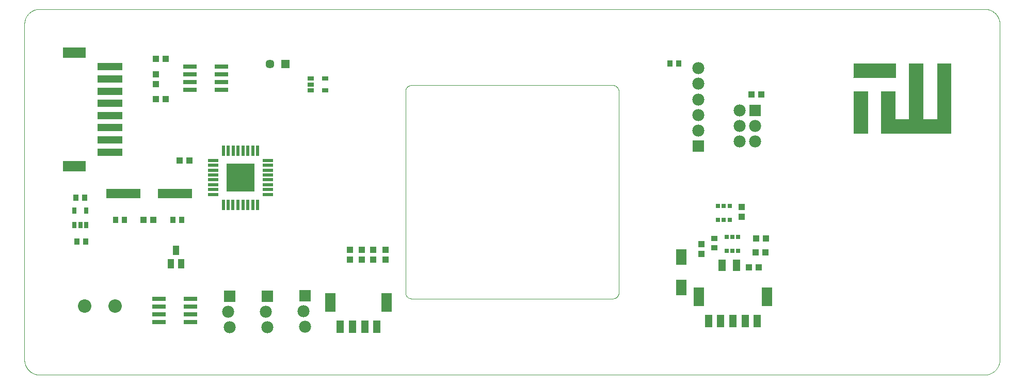
<source format=gts>
G75*
%MOIN*%
%OFA0B0*%
%FSLAX25Y25*%
%IPPOS*%
%LPD*%
%AMOC8*
5,1,8,0,0,1.08239X$1,22.5*
%
%ADD10C,0.00039*%
%ADD11C,0.00000*%
%ADD12R,0.04337X0.03550*%
%ADD13R,0.03550X0.04337*%
%ADD14R,0.07093X0.10262*%
%ADD15R,0.16148X0.05124*%
%ADD16R,0.14573X0.07093*%
%ADD17R,0.07800X0.07800*%
%ADD18C,0.07800*%
%ADD19R,0.04731X0.08274*%
%ADD20R,0.06699X0.12211*%
%ADD21R,0.04337X0.04337*%
%ADD22R,0.22054X0.06306*%
%ADD23R,0.03943X0.04337*%
%ADD24R,0.04337X0.03943*%
%ADD25C,0.08668*%
%ADD26R,0.09061X0.02762*%
%ADD27R,0.18117X0.18117*%
%ADD28R,0.02369X0.06699*%
%ADD29R,0.06699X0.02369*%
%ADD30R,0.02565X0.02959*%
%ADD31R,0.04337X0.05912*%
%ADD32R,0.04337X0.03156*%
%ADD33R,0.05715X0.05715*%
%ADD34C,0.05715*%
%ADD35R,0.05124X0.07487*%
%ADD36R,0.03156X0.04337*%
%ADD37R,0.07782X0.07782*%
%ADD38C,0.07782*%
%ADD39R,0.09100X0.00100*%
%ADD40R,0.45200X0.00100*%
%ADD41R,0.09200X0.00100*%
%ADD42R,0.09000X0.00100*%
%ADD43R,0.27200X0.00100*%
%ADD44R,0.27100X0.00100*%
D10*
X0032245Y0014343D02*
X0032245Y0230878D01*
X0032244Y0230878D02*
X0032247Y0231116D01*
X0032255Y0231354D01*
X0032270Y0231591D01*
X0032290Y0231828D01*
X0032316Y0232064D01*
X0032347Y0232300D01*
X0032384Y0232535D01*
X0032427Y0232769D01*
X0032476Y0233002D01*
X0032530Y0233234D01*
X0032590Y0233464D01*
X0032655Y0233693D01*
X0032726Y0233920D01*
X0032802Y0234145D01*
X0032884Y0234368D01*
X0032971Y0234590D01*
X0033063Y0234809D01*
X0033161Y0235026D01*
X0033263Y0235240D01*
X0033371Y0235452D01*
X0033485Y0235662D01*
X0033603Y0235868D01*
X0033726Y0236072D01*
X0033854Y0236272D01*
X0033986Y0236469D01*
X0034124Y0236664D01*
X0034266Y0236854D01*
X0034413Y0237042D01*
X0034564Y0237225D01*
X0034719Y0237405D01*
X0034879Y0237581D01*
X0035043Y0237753D01*
X0035212Y0237922D01*
X0035384Y0238086D01*
X0035560Y0238246D01*
X0035740Y0238401D01*
X0035923Y0238552D01*
X0036111Y0238699D01*
X0036301Y0238841D01*
X0036496Y0238979D01*
X0036693Y0239111D01*
X0036893Y0239239D01*
X0037097Y0239362D01*
X0037303Y0239480D01*
X0037513Y0239594D01*
X0037725Y0239702D01*
X0037939Y0239804D01*
X0038156Y0239902D01*
X0038375Y0239994D01*
X0038597Y0240081D01*
X0038820Y0240163D01*
X0039045Y0240239D01*
X0039272Y0240310D01*
X0039501Y0240375D01*
X0039731Y0240435D01*
X0039963Y0240489D01*
X0040196Y0240538D01*
X0040430Y0240581D01*
X0040665Y0240618D01*
X0040901Y0240649D01*
X0041137Y0240675D01*
X0041374Y0240695D01*
X0041611Y0240710D01*
X0041849Y0240718D01*
X0042087Y0240721D01*
X0042087Y0240720D02*
X0652323Y0240720D01*
X0652323Y0240721D02*
X0652561Y0240718D01*
X0652799Y0240710D01*
X0653036Y0240695D01*
X0653273Y0240675D01*
X0653509Y0240649D01*
X0653745Y0240618D01*
X0653980Y0240581D01*
X0654214Y0240538D01*
X0654447Y0240489D01*
X0654679Y0240435D01*
X0654909Y0240375D01*
X0655138Y0240310D01*
X0655365Y0240239D01*
X0655590Y0240163D01*
X0655813Y0240081D01*
X0656035Y0239994D01*
X0656254Y0239902D01*
X0656471Y0239804D01*
X0656685Y0239702D01*
X0656897Y0239594D01*
X0657107Y0239480D01*
X0657313Y0239362D01*
X0657517Y0239239D01*
X0657717Y0239111D01*
X0657914Y0238979D01*
X0658109Y0238841D01*
X0658299Y0238699D01*
X0658487Y0238552D01*
X0658670Y0238401D01*
X0658850Y0238246D01*
X0659026Y0238086D01*
X0659198Y0237922D01*
X0659367Y0237753D01*
X0659531Y0237581D01*
X0659691Y0237405D01*
X0659846Y0237225D01*
X0659997Y0237042D01*
X0660144Y0236854D01*
X0660286Y0236664D01*
X0660424Y0236469D01*
X0660556Y0236272D01*
X0660684Y0236072D01*
X0660807Y0235868D01*
X0660925Y0235662D01*
X0661039Y0235452D01*
X0661147Y0235240D01*
X0661249Y0235026D01*
X0661347Y0234809D01*
X0661439Y0234590D01*
X0661526Y0234368D01*
X0661608Y0234145D01*
X0661684Y0233920D01*
X0661755Y0233693D01*
X0661820Y0233464D01*
X0661880Y0233234D01*
X0661934Y0233002D01*
X0661983Y0232769D01*
X0662026Y0232535D01*
X0662063Y0232300D01*
X0662094Y0232064D01*
X0662120Y0231828D01*
X0662140Y0231591D01*
X0662155Y0231354D01*
X0662163Y0231116D01*
X0662166Y0230878D01*
X0662166Y0014343D01*
X0662163Y0014105D01*
X0662155Y0013867D01*
X0662140Y0013630D01*
X0662120Y0013393D01*
X0662094Y0013157D01*
X0662063Y0012921D01*
X0662026Y0012686D01*
X0661983Y0012452D01*
X0661934Y0012219D01*
X0661880Y0011987D01*
X0661820Y0011757D01*
X0661755Y0011528D01*
X0661684Y0011301D01*
X0661608Y0011076D01*
X0661526Y0010853D01*
X0661439Y0010631D01*
X0661347Y0010412D01*
X0661249Y0010195D01*
X0661147Y0009981D01*
X0661039Y0009769D01*
X0660925Y0009559D01*
X0660807Y0009353D01*
X0660684Y0009149D01*
X0660556Y0008949D01*
X0660424Y0008752D01*
X0660286Y0008557D01*
X0660144Y0008367D01*
X0659997Y0008179D01*
X0659846Y0007996D01*
X0659691Y0007816D01*
X0659531Y0007640D01*
X0659367Y0007468D01*
X0659198Y0007299D01*
X0659026Y0007135D01*
X0658850Y0006975D01*
X0658670Y0006820D01*
X0658487Y0006669D01*
X0658299Y0006522D01*
X0658109Y0006380D01*
X0657914Y0006242D01*
X0657717Y0006110D01*
X0657517Y0005982D01*
X0657313Y0005859D01*
X0657107Y0005741D01*
X0656897Y0005627D01*
X0656685Y0005519D01*
X0656471Y0005417D01*
X0656254Y0005319D01*
X0656035Y0005227D01*
X0655813Y0005140D01*
X0655590Y0005058D01*
X0655365Y0004982D01*
X0655138Y0004911D01*
X0654909Y0004846D01*
X0654679Y0004786D01*
X0654447Y0004732D01*
X0654214Y0004683D01*
X0653980Y0004640D01*
X0653745Y0004603D01*
X0653509Y0004572D01*
X0653273Y0004546D01*
X0653036Y0004526D01*
X0652799Y0004511D01*
X0652561Y0004503D01*
X0652323Y0004500D01*
X0042087Y0004500D01*
X0041849Y0004503D01*
X0041611Y0004511D01*
X0041374Y0004526D01*
X0041137Y0004546D01*
X0040901Y0004572D01*
X0040665Y0004603D01*
X0040430Y0004640D01*
X0040196Y0004683D01*
X0039963Y0004732D01*
X0039731Y0004786D01*
X0039501Y0004846D01*
X0039272Y0004911D01*
X0039045Y0004982D01*
X0038820Y0005058D01*
X0038597Y0005140D01*
X0038375Y0005227D01*
X0038156Y0005319D01*
X0037939Y0005417D01*
X0037725Y0005519D01*
X0037513Y0005627D01*
X0037303Y0005741D01*
X0037097Y0005859D01*
X0036893Y0005982D01*
X0036693Y0006110D01*
X0036496Y0006242D01*
X0036301Y0006380D01*
X0036111Y0006522D01*
X0035923Y0006669D01*
X0035740Y0006820D01*
X0035560Y0006975D01*
X0035384Y0007135D01*
X0035212Y0007299D01*
X0035043Y0007468D01*
X0034879Y0007640D01*
X0034719Y0007816D01*
X0034564Y0007996D01*
X0034413Y0008179D01*
X0034266Y0008367D01*
X0034124Y0008557D01*
X0033986Y0008752D01*
X0033854Y0008949D01*
X0033726Y0009149D01*
X0033603Y0009353D01*
X0033485Y0009559D01*
X0033371Y0009769D01*
X0033263Y0009981D01*
X0033161Y0010195D01*
X0033063Y0010412D01*
X0032971Y0010631D01*
X0032884Y0010853D01*
X0032802Y0011076D01*
X0032726Y0011301D01*
X0032655Y0011528D01*
X0032590Y0011757D01*
X0032530Y0011987D01*
X0032476Y0012219D01*
X0032427Y0012452D01*
X0032384Y0012686D01*
X0032347Y0012921D01*
X0032316Y0013157D01*
X0032290Y0013393D01*
X0032270Y0013630D01*
X0032255Y0013867D01*
X0032247Y0014105D01*
X0032244Y0014343D01*
D11*
X0278308Y0057650D02*
X0278308Y0187571D01*
X0278310Y0187695D01*
X0278316Y0187818D01*
X0278325Y0187942D01*
X0278339Y0188064D01*
X0278356Y0188187D01*
X0278378Y0188309D01*
X0278403Y0188430D01*
X0278432Y0188550D01*
X0278464Y0188669D01*
X0278501Y0188788D01*
X0278541Y0188905D01*
X0278584Y0189020D01*
X0278632Y0189135D01*
X0278683Y0189247D01*
X0278737Y0189358D01*
X0278795Y0189468D01*
X0278856Y0189575D01*
X0278921Y0189681D01*
X0278989Y0189784D01*
X0279060Y0189885D01*
X0279134Y0189984D01*
X0279211Y0190081D01*
X0279292Y0190175D01*
X0279375Y0190266D01*
X0279461Y0190355D01*
X0279550Y0190441D01*
X0279641Y0190524D01*
X0279735Y0190605D01*
X0279832Y0190682D01*
X0279931Y0190756D01*
X0280032Y0190827D01*
X0280135Y0190895D01*
X0280241Y0190960D01*
X0280348Y0191021D01*
X0280458Y0191079D01*
X0280569Y0191133D01*
X0280681Y0191184D01*
X0280796Y0191232D01*
X0280911Y0191275D01*
X0281028Y0191315D01*
X0281147Y0191352D01*
X0281266Y0191384D01*
X0281386Y0191413D01*
X0281507Y0191438D01*
X0281629Y0191460D01*
X0281752Y0191477D01*
X0281874Y0191491D01*
X0281998Y0191500D01*
X0282121Y0191506D01*
X0282245Y0191508D01*
X0412166Y0191508D01*
X0412290Y0191506D01*
X0412413Y0191500D01*
X0412537Y0191491D01*
X0412659Y0191477D01*
X0412782Y0191460D01*
X0412904Y0191438D01*
X0413025Y0191413D01*
X0413145Y0191384D01*
X0413264Y0191352D01*
X0413383Y0191315D01*
X0413500Y0191275D01*
X0413615Y0191232D01*
X0413730Y0191184D01*
X0413842Y0191133D01*
X0413953Y0191079D01*
X0414063Y0191021D01*
X0414170Y0190960D01*
X0414276Y0190895D01*
X0414379Y0190827D01*
X0414480Y0190756D01*
X0414579Y0190682D01*
X0414676Y0190605D01*
X0414770Y0190524D01*
X0414861Y0190441D01*
X0414950Y0190355D01*
X0415036Y0190266D01*
X0415119Y0190175D01*
X0415200Y0190081D01*
X0415277Y0189984D01*
X0415351Y0189885D01*
X0415422Y0189784D01*
X0415490Y0189681D01*
X0415555Y0189575D01*
X0415616Y0189468D01*
X0415674Y0189358D01*
X0415728Y0189247D01*
X0415779Y0189135D01*
X0415827Y0189020D01*
X0415870Y0188905D01*
X0415910Y0188788D01*
X0415947Y0188669D01*
X0415979Y0188550D01*
X0416008Y0188430D01*
X0416033Y0188309D01*
X0416055Y0188187D01*
X0416072Y0188064D01*
X0416086Y0187942D01*
X0416095Y0187818D01*
X0416101Y0187695D01*
X0416103Y0187571D01*
X0416103Y0057650D01*
X0416101Y0057526D01*
X0416095Y0057403D01*
X0416086Y0057279D01*
X0416072Y0057157D01*
X0416055Y0057034D01*
X0416033Y0056912D01*
X0416008Y0056791D01*
X0415979Y0056671D01*
X0415947Y0056552D01*
X0415910Y0056433D01*
X0415870Y0056316D01*
X0415827Y0056201D01*
X0415779Y0056086D01*
X0415728Y0055974D01*
X0415674Y0055863D01*
X0415616Y0055753D01*
X0415555Y0055646D01*
X0415490Y0055540D01*
X0415422Y0055437D01*
X0415351Y0055336D01*
X0415277Y0055237D01*
X0415200Y0055140D01*
X0415119Y0055046D01*
X0415036Y0054955D01*
X0414950Y0054866D01*
X0414861Y0054780D01*
X0414770Y0054697D01*
X0414676Y0054616D01*
X0414579Y0054539D01*
X0414480Y0054465D01*
X0414379Y0054394D01*
X0414276Y0054326D01*
X0414170Y0054261D01*
X0414063Y0054200D01*
X0413953Y0054142D01*
X0413842Y0054088D01*
X0413730Y0054037D01*
X0413615Y0053989D01*
X0413500Y0053946D01*
X0413383Y0053906D01*
X0413264Y0053869D01*
X0413145Y0053837D01*
X0413025Y0053808D01*
X0412904Y0053783D01*
X0412782Y0053761D01*
X0412659Y0053744D01*
X0412537Y0053730D01*
X0412413Y0053721D01*
X0412290Y0053715D01*
X0412166Y0053713D01*
X0282245Y0053713D01*
X0282121Y0053715D01*
X0281998Y0053721D01*
X0281874Y0053730D01*
X0281752Y0053744D01*
X0281629Y0053761D01*
X0281507Y0053783D01*
X0281386Y0053808D01*
X0281266Y0053837D01*
X0281147Y0053869D01*
X0281028Y0053906D01*
X0280911Y0053946D01*
X0280796Y0053989D01*
X0280681Y0054037D01*
X0280569Y0054088D01*
X0280458Y0054142D01*
X0280348Y0054200D01*
X0280241Y0054261D01*
X0280135Y0054326D01*
X0280032Y0054394D01*
X0279931Y0054465D01*
X0279832Y0054539D01*
X0279735Y0054616D01*
X0279641Y0054697D01*
X0279550Y0054780D01*
X0279461Y0054866D01*
X0279375Y0054955D01*
X0279292Y0055046D01*
X0279211Y0055140D01*
X0279134Y0055237D01*
X0279060Y0055336D01*
X0278989Y0055437D01*
X0278921Y0055540D01*
X0278856Y0055646D01*
X0278795Y0055753D01*
X0278737Y0055863D01*
X0278683Y0055974D01*
X0278632Y0056086D01*
X0278584Y0056201D01*
X0278541Y0056316D01*
X0278501Y0056433D01*
X0278464Y0056552D01*
X0278432Y0056671D01*
X0278403Y0056791D01*
X0278378Y0056912D01*
X0278356Y0057034D01*
X0278339Y0057157D01*
X0278325Y0057279D01*
X0278316Y0057403D01*
X0278310Y0057526D01*
X0278308Y0057650D01*
D12*
X0477763Y0086702D03*
X0477763Y0092411D03*
D13*
X0454699Y0205700D03*
X0448990Y0205700D03*
X0133699Y0104700D03*
X0127990Y0104700D03*
X0096699Y0104700D03*
X0090990Y0104700D03*
X0071699Y0090500D03*
X0065990Y0090500D03*
X0065490Y0119000D03*
X0071199Y0119000D03*
D14*
X0456345Y0080643D03*
X0456345Y0060957D03*
D15*
X0087545Y0148341D03*
X0087545Y0156215D03*
X0087545Y0164089D03*
X0087545Y0171963D03*
X0087545Y0179837D03*
X0087545Y0187711D03*
X0087545Y0195585D03*
X0087545Y0203459D03*
D16*
X0064513Y0212711D03*
X0064513Y0139089D03*
D17*
X0213545Y0055700D03*
X0189045Y0055300D03*
X0164645Y0055300D03*
D18*
X0163645Y0045300D03*
X0164645Y0035300D03*
X0189045Y0035300D03*
X0188045Y0045300D03*
X0212545Y0045700D03*
X0213545Y0035700D03*
D19*
X0236234Y0035550D03*
X0244108Y0035550D03*
X0251982Y0035550D03*
X0259856Y0035550D03*
X0474097Y0039300D03*
X0481971Y0039300D03*
X0489845Y0039300D03*
X0497719Y0039300D03*
X0505593Y0039300D03*
D20*
X0511892Y0055048D03*
X0467797Y0055048D03*
X0266155Y0051298D03*
X0229934Y0051298D03*
D21*
X0469324Y0082535D03*
X0469324Y0088835D03*
D22*
X0129577Y0121700D03*
X0096112Y0121700D03*
D23*
X0109195Y0104700D03*
X0115494Y0104700D03*
X0132595Y0143000D03*
X0138894Y0143000D03*
X0123394Y0182500D03*
X0117095Y0182500D03*
X0117095Y0208500D03*
X0123394Y0208500D03*
X0501695Y0185500D03*
X0507994Y0185500D03*
X0511113Y0092735D03*
X0504814Y0092735D03*
X0504541Y0083656D03*
X0510840Y0083656D03*
X0506552Y0073839D03*
X0500252Y0073839D03*
D24*
X0495345Y0106450D03*
X0495345Y0112750D03*
X0265545Y0085250D03*
X0257545Y0085250D03*
X0250045Y0085250D03*
X0242545Y0085250D03*
X0242545Y0078950D03*
X0250045Y0078950D03*
X0257545Y0078950D03*
X0265545Y0078950D03*
X0117245Y0192350D03*
X0117245Y0198650D03*
D25*
X0090737Y0049050D03*
X0071052Y0049050D03*
D26*
X0119108Y0048600D03*
X0119108Y0043600D03*
X0119108Y0038600D03*
X0139581Y0038600D03*
X0139581Y0043600D03*
X0139581Y0048600D03*
X0139581Y0053600D03*
X0119108Y0053600D03*
X0139008Y0188500D03*
X0139008Y0193500D03*
X0139008Y0198500D03*
X0139008Y0203500D03*
X0159481Y0203500D03*
X0159481Y0198500D03*
X0159481Y0193500D03*
X0159481Y0188500D03*
D27*
X0171795Y0132000D03*
D28*
X0173369Y0114283D03*
X0170220Y0114283D03*
X0166676Y0114283D03*
X0163921Y0114283D03*
X0160771Y0114283D03*
X0176519Y0114283D03*
X0179669Y0114283D03*
X0182818Y0114283D03*
X0182818Y0149323D03*
X0179669Y0149323D03*
X0176519Y0149323D03*
X0173369Y0149323D03*
X0170220Y0149323D03*
X0167070Y0149323D03*
X0163921Y0149323D03*
X0160771Y0149323D03*
D29*
X0154078Y0143024D03*
X0154078Y0139874D03*
X0154078Y0136724D03*
X0154078Y0133575D03*
X0154078Y0130425D03*
X0154078Y0127276D03*
X0154078Y0124126D03*
X0154078Y0120976D03*
X0189511Y0120976D03*
X0189511Y0124126D03*
X0189511Y0127276D03*
X0189511Y0130425D03*
X0189511Y0133575D03*
X0189511Y0136724D03*
X0189511Y0139874D03*
X0189511Y0143024D03*
D30*
X0480204Y0113726D03*
X0483945Y0113726D03*
X0487685Y0113726D03*
X0487685Y0104474D03*
X0483945Y0104474D03*
X0480204Y0104474D03*
X0485822Y0093679D03*
X0489562Y0093679D03*
X0493302Y0093679D03*
X0493302Y0084427D03*
X0489562Y0084427D03*
X0485822Y0084427D03*
D31*
X0133591Y0076169D03*
X0126898Y0076169D03*
X0130245Y0084831D03*
D32*
X0217020Y0188260D03*
X0217020Y0192000D03*
X0217020Y0195740D03*
X0226469Y0195740D03*
X0226469Y0188260D03*
D33*
X0200795Y0205400D03*
D34*
X0190795Y0205400D03*
D35*
X0482720Y0075306D03*
X0492169Y0075306D03*
D36*
X0072085Y0101276D03*
X0068345Y0101276D03*
X0064604Y0101276D03*
X0064604Y0110724D03*
X0072085Y0110724D03*
D37*
X0467445Y0152300D03*
X0504245Y0175100D03*
D38*
X0494245Y0175100D03*
X0494245Y0165100D03*
X0504245Y0165100D03*
X0504245Y0155100D03*
X0494245Y0155100D03*
X0467445Y0162339D03*
X0467445Y0172339D03*
X0467445Y0182339D03*
X0467445Y0192457D03*
X0467445Y0202457D03*
D39*
X0572345Y0187300D03*
X0572345Y0187200D03*
X0572345Y0187100D03*
X0572345Y0187000D03*
X0572345Y0186900D03*
X0572345Y0186800D03*
X0572345Y0186700D03*
X0572345Y0186600D03*
X0572345Y0186500D03*
X0572345Y0186400D03*
X0572345Y0186300D03*
X0572345Y0186200D03*
X0572345Y0186100D03*
X0572345Y0186000D03*
X0572345Y0185900D03*
X0572345Y0185800D03*
X0572345Y0185700D03*
X0572345Y0185600D03*
X0572345Y0185500D03*
X0572345Y0185400D03*
X0572345Y0185300D03*
X0572345Y0185200D03*
X0572345Y0185100D03*
X0572345Y0185000D03*
X0572345Y0184900D03*
X0572345Y0184800D03*
X0572345Y0184700D03*
X0572345Y0184600D03*
X0572345Y0184500D03*
X0572345Y0184400D03*
X0572345Y0184300D03*
X0572345Y0184200D03*
X0572345Y0184100D03*
X0572345Y0184000D03*
X0572345Y0183900D03*
X0572345Y0183800D03*
X0572345Y0183700D03*
X0572345Y0183600D03*
X0572345Y0183500D03*
X0572345Y0183400D03*
X0572345Y0183300D03*
X0572345Y0183200D03*
X0572345Y0183100D03*
X0572345Y0183000D03*
X0572345Y0182900D03*
X0572345Y0182800D03*
X0572345Y0182700D03*
X0572345Y0182600D03*
X0572345Y0182500D03*
X0572345Y0182400D03*
X0572345Y0182300D03*
X0572345Y0182200D03*
X0572345Y0182100D03*
X0572345Y0182000D03*
X0572345Y0181900D03*
X0572345Y0181800D03*
X0572345Y0181700D03*
X0572345Y0181600D03*
X0572345Y0181500D03*
X0572345Y0181400D03*
X0572345Y0181300D03*
X0572345Y0181200D03*
X0572345Y0181100D03*
X0572345Y0181000D03*
X0572345Y0180900D03*
X0572345Y0180800D03*
X0572345Y0180700D03*
X0572345Y0180600D03*
X0572345Y0180500D03*
X0572345Y0180400D03*
X0572345Y0180300D03*
X0572345Y0180200D03*
X0572345Y0180100D03*
X0572345Y0180000D03*
X0572345Y0179900D03*
X0572345Y0179800D03*
X0572345Y0179700D03*
X0572345Y0179600D03*
X0572345Y0179500D03*
X0572345Y0179400D03*
X0572345Y0179300D03*
X0572345Y0179200D03*
X0572345Y0179100D03*
X0572345Y0179000D03*
X0572345Y0178900D03*
X0572345Y0178800D03*
X0572345Y0178700D03*
X0572345Y0178600D03*
X0572345Y0178500D03*
X0572345Y0178400D03*
X0572345Y0178300D03*
X0572345Y0178200D03*
X0572345Y0178100D03*
X0572345Y0178000D03*
X0572345Y0177900D03*
X0572345Y0177800D03*
X0572345Y0177700D03*
X0572345Y0177600D03*
X0572345Y0177500D03*
X0572345Y0177400D03*
X0572345Y0177300D03*
X0572345Y0177200D03*
X0572345Y0177100D03*
X0572345Y0177000D03*
X0572345Y0176900D03*
X0572345Y0176800D03*
X0572345Y0176700D03*
X0572345Y0176600D03*
X0572345Y0176500D03*
X0572345Y0176400D03*
X0572345Y0176300D03*
X0572345Y0176200D03*
X0572345Y0176100D03*
X0572345Y0176000D03*
X0572345Y0175900D03*
X0572345Y0175800D03*
X0572345Y0175700D03*
X0572345Y0175600D03*
X0572345Y0175500D03*
X0572345Y0175400D03*
X0572345Y0175300D03*
X0572345Y0175200D03*
X0572345Y0175100D03*
X0572345Y0175000D03*
X0572345Y0174900D03*
X0572345Y0174800D03*
X0572345Y0174700D03*
X0572345Y0174600D03*
X0572345Y0174500D03*
X0572345Y0174400D03*
X0572345Y0174300D03*
X0572345Y0174200D03*
X0572345Y0174100D03*
X0572345Y0174000D03*
X0572345Y0173900D03*
X0572345Y0173800D03*
X0572345Y0173700D03*
X0572345Y0173600D03*
X0572345Y0173500D03*
X0572345Y0173400D03*
X0572345Y0173300D03*
X0572345Y0173200D03*
X0572345Y0173100D03*
X0572345Y0173000D03*
X0572345Y0172900D03*
X0572345Y0172800D03*
X0572345Y0172700D03*
X0572345Y0172600D03*
X0572345Y0172500D03*
X0572345Y0172400D03*
X0572345Y0172300D03*
X0572345Y0172200D03*
X0572345Y0172100D03*
X0572345Y0172000D03*
X0572345Y0171900D03*
X0572345Y0171800D03*
X0572345Y0171700D03*
X0572345Y0171600D03*
X0572345Y0171500D03*
X0572345Y0171400D03*
X0572345Y0171300D03*
X0572345Y0171200D03*
X0572345Y0171100D03*
X0572345Y0171000D03*
X0572345Y0170900D03*
X0572345Y0170800D03*
X0572345Y0170700D03*
X0572345Y0170600D03*
X0572345Y0170500D03*
X0572345Y0170400D03*
X0572345Y0170300D03*
X0572345Y0170200D03*
X0572345Y0170100D03*
X0572345Y0170000D03*
X0572345Y0169900D03*
X0572345Y0169800D03*
X0572345Y0169700D03*
X0572345Y0169600D03*
X0572345Y0169500D03*
X0572345Y0169400D03*
X0572345Y0169300D03*
X0572345Y0169200D03*
X0572345Y0169100D03*
X0572345Y0169000D03*
X0572345Y0168900D03*
X0572345Y0168800D03*
X0572345Y0168700D03*
X0572345Y0168600D03*
X0572345Y0168500D03*
X0572345Y0168400D03*
X0572345Y0168300D03*
X0572345Y0168200D03*
X0572345Y0168100D03*
X0572345Y0168000D03*
X0572345Y0167900D03*
X0572345Y0167800D03*
X0572345Y0167700D03*
X0572345Y0167600D03*
X0572345Y0167500D03*
X0572345Y0167400D03*
X0572345Y0167300D03*
X0572345Y0167200D03*
X0572345Y0167100D03*
X0572345Y0167000D03*
X0572345Y0166900D03*
X0572345Y0166800D03*
X0572345Y0166700D03*
X0572345Y0166600D03*
X0572345Y0166500D03*
X0572345Y0166400D03*
X0572345Y0166300D03*
X0572345Y0166200D03*
X0572345Y0166100D03*
X0572345Y0166000D03*
X0572345Y0165900D03*
X0572345Y0165800D03*
X0572345Y0165700D03*
X0572345Y0165600D03*
X0572345Y0165500D03*
X0572345Y0165400D03*
X0572345Y0165300D03*
X0572345Y0165200D03*
X0572345Y0165100D03*
X0572345Y0165000D03*
X0572345Y0164900D03*
X0572345Y0164800D03*
X0572345Y0164700D03*
X0572345Y0164600D03*
X0572345Y0164500D03*
X0572345Y0164400D03*
X0572345Y0164300D03*
X0572345Y0164200D03*
X0572345Y0164100D03*
X0572345Y0164000D03*
X0572345Y0163900D03*
X0572345Y0163800D03*
X0572345Y0163700D03*
X0572345Y0163600D03*
X0572345Y0163500D03*
X0572345Y0163400D03*
X0572345Y0163300D03*
X0572345Y0163200D03*
X0572345Y0163100D03*
X0572345Y0163000D03*
X0572345Y0162900D03*
X0572345Y0162800D03*
X0572345Y0162700D03*
X0572345Y0162600D03*
X0572345Y0162500D03*
X0572345Y0162400D03*
X0572345Y0162300D03*
X0572345Y0162200D03*
X0572345Y0162100D03*
X0572345Y0162000D03*
X0572345Y0161900D03*
X0572345Y0161800D03*
X0572345Y0161700D03*
X0572345Y0161600D03*
X0572345Y0161500D03*
X0572345Y0161400D03*
X0572345Y0161300D03*
X0572345Y0161200D03*
X0572345Y0161100D03*
X0572345Y0161000D03*
X0572345Y0160900D03*
X0572345Y0160800D03*
X0572345Y0160700D03*
X0572345Y0160600D03*
X0572345Y0160500D03*
X0572345Y0160400D03*
X0572345Y0160300D03*
D40*
X0608295Y0160300D03*
X0608295Y0160400D03*
X0608295Y0160500D03*
X0608295Y0160600D03*
X0608295Y0160700D03*
X0608295Y0160800D03*
X0608295Y0160900D03*
X0608295Y0161000D03*
X0608295Y0161100D03*
X0608295Y0161200D03*
X0608295Y0161300D03*
X0608295Y0161400D03*
X0608295Y0161500D03*
X0608295Y0161600D03*
X0608295Y0161700D03*
X0608295Y0161800D03*
X0608295Y0161900D03*
X0608295Y0162000D03*
X0608295Y0162100D03*
X0608295Y0162200D03*
X0608295Y0162300D03*
X0608295Y0162400D03*
X0608295Y0162500D03*
X0608295Y0162600D03*
X0608295Y0162700D03*
X0608295Y0162800D03*
X0608295Y0162900D03*
X0608295Y0163000D03*
X0608295Y0163100D03*
X0608295Y0163200D03*
X0608295Y0163300D03*
X0608295Y0163400D03*
X0608295Y0163500D03*
X0608295Y0163600D03*
X0608295Y0163700D03*
X0608295Y0163800D03*
X0608295Y0163900D03*
X0608295Y0164000D03*
X0608295Y0164100D03*
X0608295Y0164200D03*
X0608295Y0164300D03*
X0608295Y0164400D03*
X0608295Y0164500D03*
X0608295Y0164600D03*
X0608295Y0164700D03*
X0608295Y0164800D03*
X0608295Y0164900D03*
X0608295Y0165000D03*
X0608295Y0165100D03*
X0608295Y0165200D03*
X0608295Y0165300D03*
X0608295Y0165400D03*
X0608295Y0165500D03*
X0608295Y0165600D03*
X0608295Y0165700D03*
X0608295Y0165800D03*
X0608295Y0165900D03*
X0608295Y0166000D03*
X0608295Y0166100D03*
X0608295Y0166200D03*
X0608295Y0166300D03*
X0608295Y0166400D03*
X0608295Y0166500D03*
X0608295Y0166600D03*
X0608295Y0166700D03*
X0608295Y0166800D03*
X0608295Y0166900D03*
X0608295Y0167000D03*
X0608295Y0167100D03*
X0608295Y0167200D03*
X0608295Y0167300D03*
X0608295Y0167400D03*
X0608295Y0167500D03*
X0608295Y0167600D03*
X0608295Y0167700D03*
X0608295Y0167800D03*
X0608295Y0167900D03*
X0608295Y0168000D03*
X0608295Y0168100D03*
X0608295Y0168200D03*
X0608295Y0168300D03*
X0608295Y0168400D03*
X0608295Y0168500D03*
X0608295Y0168600D03*
X0608295Y0168700D03*
X0608295Y0168800D03*
X0608295Y0168900D03*
X0608295Y0169000D03*
X0608295Y0169100D03*
X0608295Y0169200D03*
X0608295Y0169300D03*
X0608295Y0169400D03*
D41*
X0608295Y0169500D03*
X0608295Y0169600D03*
X0608295Y0169700D03*
X0608295Y0169800D03*
X0608295Y0169900D03*
X0608295Y0170000D03*
X0608295Y0170100D03*
X0608295Y0170200D03*
X0608295Y0170300D03*
X0608295Y0170400D03*
X0608295Y0170500D03*
X0608295Y0170600D03*
X0608295Y0170700D03*
X0608295Y0170800D03*
X0608295Y0170900D03*
X0608295Y0171000D03*
X0608295Y0171100D03*
X0608295Y0171200D03*
X0608295Y0171300D03*
X0608295Y0171400D03*
X0608295Y0171500D03*
X0608295Y0171600D03*
X0608295Y0171700D03*
X0608295Y0171800D03*
X0608295Y0171900D03*
X0608295Y0172000D03*
X0608295Y0172100D03*
X0608295Y0172200D03*
X0608295Y0172300D03*
X0608295Y0172400D03*
X0608295Y0172500D03*
X0608295Y0172600D03*
X0608295Y0172700D03*
X0608295Y0172800D03*
X0608295Y0172900D03*
X0608295Y0173000D03*
X0608295Y0173100D03*
X0608295Y0173200D03*
X0608295Y0173300D03*
X0608295Y0173400D03*
X0608295Y0173500D03*
X0608295Y0173600D03*
X0608295Y0173700D03*
X0608295Y0173800D03*
X0608295Y0173900D03*
X0608295Y0174000D03*
X0608295Y0174100D03*
X0608295Y0174200D03*
X0608295Y0174300D03*
X0608295Y0174400D03*
X0608295Y0174500D03*
X0608295Y0174600D03*
X0608295Y0174700D03*
X0608295Y0174800D03*
X0608295Y0174900D03*
X0608295Y0175000D03*
X0608295Y0175100D03*
X0608295Y0175200D03*
X0608295Y0175300D03*
X0608295Y0175400D03*
X0608295Y0175500D03*
X0608295Y0175600D03*
X0608295Y0175700D03*
X0608295Y0175800D03*
X0608295Y0175900D03*
X0608295Y0176000D03*
X0608295Y0176100D03*
X0608295Y0176200D03*
X0608295Y0176300D03*
X0608295Y0176400D03*
X0608295Y0176500D03*
X0608295Y0176600D03*
X0608295Y0176700D03*
X0608295Y0176800D03*
X0608295Y0176900D03*
X0608295Y0177000D03*
X0608295Y0177100D03*
X0608295Y0177200D03*
X0608295Y0177300D03*
X0608295Y0177400D03*
X0608295Y0177500D03*
X0608295Y0177600D03*
X0608295Y0177700D03*
X0608295Y0177800D03*
X0608295Y0177900D03*
X0608295Y0178000D03*
X0608295Y0178100D03*
X0608295Y0178200D03*
X0608295Y0178300D03*
X0608295Y0178400D03*
X0608295Y0178500D03*
X0608295Y0178600D03*
X0608295Y0178700D03*
X0608295Y0178800D03*
X0608295Y0178900D03*
X0608295Y0179000D03*
X0608295Y0179100D03*
X0608295Y0179200D03*
X0608295Y0179300D03*
X0608295Y0179400D03*
X0608295Y0179500D03*
X0608295Y0179600D03*
X0608295Y0179700D03*
X0608295Y0179800D03*
X0608295Y0179900D03*
X0608295Y0180000D03*
X0608295Y0180100D03*
X0608295Y0180200D03*
X0608295Y0180300D03*
X0608295Y0180400D03*
X0608295Y0180500D03*
X0608295Y0180600D03*
X0608295Y0180700D03*
X0608295Y0180800D03*
X0608295Y0180900D03*
X0608295Y0181000D03*
X0608295Y0181100D03*
X0608295Y0181200D03*
X0608295Y0181300D03*
X0608295Y0181400D03*
X0608295Y0181500D03*
X0608295Y0181600D03*
X0608295Y0181700D03*
X0608295Y0181800D03*
X0608295Y0181900D03*
X0608295Y0182000D03*
X0608295Y0182100D03*
X0608295Y0182200D03*
X0608295Y0182300D03*
X0608295Y0182400D03*
X0608295Y0182500D03*
X0608295Y0182600D03*
X0608295Y0182700D03*
X0608295Y0182800D03*
X0608295Y0182900D03*
X0608295Y0183000D03*
X0608295Y0183100D03*
X0608295Y0183200D03*
X0608295Y0183300D03*
X0608295Y0183400D03*
X0608295Y0183500D03*
X0608295Y0183600D03*
X0608295Y0183700D03*
X0608295Y0183800D03*
X0608295Y0183900D03*
X0608295Y0184000D03*
X0608295Y0184100D03*
X0608295Y0184200D03*
X0608295Y0184300D03*
X0608295Y0184400D03*
X0608295Y0184500D03*
X0608295Y0184600D03*
X0608295Y0184700D03*
X0608295Y0184800D03*
X0608295Y0184900D03*
X0608295Y0185000D03*
X0608295Y0185100D03*
X0608295Y0185200D03*
X0608295Y0185300D03*
X0608295Y0185400D03*
X0608295Y0185500D03*
X0608295Y0185600D03*
X0608295Y0185700D03*
X0608295Y0185800D03*
X0608295Y0185900D03*
X0608295Y0186000D03*
X0608295Y0186100D03*
X0608295Y0186200D03*
X0608295Y0186300D03*
X0608295Y0186400D03*
X0608295Y0186500D03*
X0608295Y0186600D03*
X0608295Y0186700D03*
X0608295Y0186800D03*
X0608295Y0186900D03*
X0608295Y0187000D03*
X0608295Y0187100D03*
X0608295Y0187200D03*
X0608295Y0187300D03*
X0608295Y0187400D03*
X0608295Y0187500D03*
X0608295Y0187600D03*
X0608295Y0187700D03*
X0608295Y0187800D03*
X0608295Y0187900D03*
X0608295Y0188000D03*
X0608295Y0188100D03*
X0608295Y0188200D03*
X0608295Y0188300D03*
X0608295Y0188400D03*
X0608295Y0188500D03*
X0608295Y0188600D03*
X0608295Y0188700D03*
X0608295Y0188800D03*
X0608295Y0188900D03*
X0608295Y0189000D03*
X0608295Y0189100D03*
X0608295Y0189200D03*
X0608295Y0189300D03*
X0608295Y0189400D03*
X0608295Y0189500D03*
X0608295Y0189600D03*
X0608295Y0189700D03*
X0608295Y0189800D03*
X0608295Y0189900D03*
X0608295Y0190000D03*
X0608295Y0190100D03*
X0608295Y0190200D03*
X0608295Y0190300D03*
X0608295Y0190400D03*
X0608295Y0190500D03*
X0608295Y0190600D03*
X0608295Y0190700D03*
X0608295Y0190800D03*
X0608295Y0190900D03*
X0608295Y0191000D03*
X0608295Y0191100D03*
X0608295Y0191200D03*
X0608295Y0191300D03*
X0608295Y0191400D03*
X0608295Y0191500D03*
X0608295Y0191600D03*
X0608295Y0191700D03*
X0608295Y0191800D03*
X0608295Y0191900D03*
X0608295Y0192000D03*
X0608295Y0192100D03*
X0608295Y0192200D03*
X0608295Y0192300D03*
X0608295Y0192400D03*
X0608295Y0192500D03*
X0608295Y0192600D03*
X0608295Y0192700D03*
X0608295Y0192800D03*
X0608295Y0192900D03*
X0608295Y0193000D03*
X0608295Y0193100D03*
X0608295Y0193200D03*
X0608295Y0193300D03*
X0608295Y0193400D03*
X0608295Y0193500D03*
X0608295Y0193600D03*
X0608295Y0193700D03*
X0608295Y0193800D03*
X0608295Y0193900D03*
X0608295Y0194000D03*
X0608295Y0194100D03*
X0608295Y0194200D03*
X0608295Y0194300D03*
X0608295Y0194400D03*
X0608295Y0194500D03*
X0608295Y0194600D03*
X0608295Y0194700D03*
X0608295Y0194800D03*
X0608295Y0194900D03*
X0608295Y0195000D03*
X0608295Y0195100D03*
X0608295Y0195200D03*
X0608295Y0195300D03*
X0608295Y0195400D03*
X0608295Y0195500D03*
X0608295Y0195600D03*
X0608295Y0195700D03*
X0608295Y0195800D03*
X0608295Y0195900D03*
X0608295Y0196000D03*
X0608295Y0196100D03*
X0608295Y0196200D03*
X0608295Y0196300D03*
X0608295Y0196400D03*
X0608295Y0196500D03*
X0608295Y0196600D03*
X0608295Y0196700D03*
X0608295Y0196800D03*
X0608295Y0196900D03*
X0608295Y0197000D03*
X0608295Y0197100D03*
X0608295Y0197200D03*
X0608295Y0197300D03*
X0608295Y0197400D03*
X0608295Y0197500D03*
X0608295Y0197600D03*
X0608295Y0197700D03*
X0608295Y0197800D03*
X0608295Y0197900D03*
X0608295Y0198000D03*
X0608295Y0198100D03*
X0608295Y0198200D03*
X0608295Y0198300D03*
X0608295Y0198400D03*
X0608295Y0198500D03*
X0608295Y0198600D03*
X0608295Y0198700D03*
X0608295Y0198800D03*
X0608295Y0198900D03*
X0608295Y0199000D03*
X0608295Y0199100D03*
X0608295Y0199200D03*
X0608295Y0199300D03*
X0608295Y0199400D03*
X0608295Y0199500D03*
X0608295Y0199600D03*
X0608295Y0199700D03*
X0608295Y0199800D03*
X0608295Y0199900D03*
X0608295Y0200000D03*
X0608295Y0200100D03*
X0608295Y0200200D03*
X0608295Y0200300D03*
X0608295Y0200400D03*
X0608295Y0200500D03*
X0608295Y0200600D03*
X0608295Y0200700D03*
X0608295Y0200800D03*
X0608295Y0200900D03*
X0608295Y0201000D03*
X0608295Y0201100D03*
X0608295Y0201200D03*
X0608295Y0201300D03*
X0608295Y0201400D03*
X0608295Y0201500D03*
X0608295Y0201600D03*
X0608295Y0201700D03*
X0608295Y0201800D03*
X0608295Y0201900D03*
X0608295Y0202000D03*
X0608295Y0202100D03*
X0608295Y0202200D03*
X0608295Y0202300D03*
X0608295Y0202400D03*
X0608295Y0202500D03*
X0608295Y0202600D03*
X0608295Y0202700D03*
X0608295Y0202800D03*
X0608295Y0202900D03*
X0608295Y0203000D03*
X0608295Y0203100D03*
X0608295Y0203200D03*
X0608295Y0203300D03*
X0608295Y0203400D03*
X0608295Y0203500D03*
X0608295Y0203600D03*
X0608295Y0203700D03*
X0608295Y0203800D03*
X0608295Y0203900D03*
X0608295Y0204000D03*
X0608295Y0204100D03*
X0608295Y0204200D03*
X0608295Y0204300D03*
X0608295Y0204400D03*
X0608295Y0204500D03*
X0608295Y0204600D03*
X0608295Y0204700D03*
X0608295Y0204800D03*
X0608295Y0204900D03*
X0608295Y0205000D03*
X0608295Y0205100D03*
X0608295Y0205200D03*
X0590295Y0187300D03*
X0590295Y0187200D03*
X0590295Y0187100D03*
X0590295Y0187000D03*
X0590295Y0186900D03*
X0590295Y0186800D03*
X0590295Y0186700D03*
X0590295Y0186600D03*
X0590295Y0186500D03*
X0590295Y0186400D03*
X0590295Y0186300D03*
X0590295Y0186200D03*
X0590295Y0186100D03*
X0590295Y0186000D03*
X0590295Y0185900D03*
X0590295Y0185800D03*
X0590295Y0185700D03*
X0590295Y0185600D03*
X0590295Y0185500D03*
X0590295Y0185400D03*
X0590295Y0185300D03*
X0590295Y0185200D03*
X0590295Y0185100D03*
X0590295Y0185000D03*
X0590295Y0184900D03*
X0590295Y0184800D03*
X0590295Y0184700D03*
X0590295Y0184600D03*
X0590295Y0184500D03*
X0590295Y0184400D03*
X0590295Y0184300D03*
X0590295Y0184200D03*
X0590295Y0184100D03*
X0590295Y0184000D03*
X0590295Y0183900D03*
X0590295Y0183800D03*
X0590295Y0183700D03*
X0590295Y0183600D03*
X0590295Y0183500D03*
X0590295Y0183400D03*
X0590295Y0183300D03*
X0590295Y0183200D03*
X0590295Y0183100D03*
X0590295Y0183000D03*
X0590295Y0182900D03*
X0590295Y0182800D03*
X0590295Y0182700D03*
X0590295Y0182600D03*
X0590295Y0182500D03*
X0590295Y0182400D03*
X0590295Y0182300D03*
X0590295Y0182200D03*
X0590295Y0182100D03*
X0590295Y0182000D03*
X0590295Y0181900D03*
X0590295Y0181800D03*
X0590295Y0181700D03*
X0590295Y0181600D03*
X0590295Y0181500D03*
X0590295Y0181400D03*
X0590295Y0181300D03*
X0590295Y0181200D03*
X0590295Y0181100D03*
X0590295Y0181000D03*
X0590295Y0180900D03*
X0590295Y0180800D03*
X0590295Y0180700D03*
X0590295Y0180600D03*
X0590295Y0180500D03*
X0590295Y0180400D03*
X0590295Y0180300D03*
X0590295Y0180200D03*
X0590295Y0180100D03*
X0590295Y0180000D03*
X0590295Y0179900D03*
X0590295Y0179800D03*
X0590295Y0179700D03*
X0590295Y0179600D03*
X0590295Y0179500D03*
X0590295Y0179400D03*
X0590295Y0179300D03*
X0590295Y0179200D03*
X0590295Y0179100D03*
X0590295Y0179000D03*
X0590295Y0178900D03*
X0590295Y0178800D03*
X0590295Y0178700D03*
X0590295Y0178600D03*
X0590295Y0178500D03*
X0590295Y0178400D03*
X0590295Y0178300D03*
X0590295Y0178200D03*
X0590295Y0178100D03*
X0590295Y0178000D03*
X0590295Y0177900D03*
X0590295Y0177800D03*
X0590295Y0177700D03*
X0590295Y0177600D03*
X0590295Y0177500D03*
X0590295Y0177400D03*
X0590295Y0177300D03*
X0590295Y0177200D03*
X0590295Y0177100D03*
X0590295Y0177000D03*
X0590295Y0176900D03*
X0590295Y0176800D03*
X0590295Y0176700D03*
X0590295Y0176600D03*
X0590295Y0176500D03*
X0590295Y0176400D03*
X0590295Y0176300D03*
X0590295Y0176200D03*
X0590295Y0176100D03*
X0590295Y0176000D03*
X0590295Y0175900D03*
X0590295Y0175800D03*
X0590295Y0175700D03*
X0590295Y0175600D03*
X0590295Y0175500D03*
X0590295Y0175400D03*
X0590295Y0175300D03*
X0590295Y0175200D03*
X0590295Y0175100D03*
X0590295Y0175000D03*
X0590295Y0174900D03*
X0590295Y0174800D03*
X0590295Y0174700D03*
X0590295Y0174600D03*
X0590295Y0174500D03*
X0590295Y0174400D03*
X0590295Y0174300D03*
X0590295Y0174200D03*
X0590295Y0174100D03*
X0590295Y0174000D03*
X0590295Y0173900D03*
X0590295Y0173800D03*
X0590295Y0173700D03*
X0590295Y0173600D03*
X0590295Y0173500D03*
X0590295Y0173400D03*
X0590295Y0173300D03*
X0590295Y0173200D03*
X0590295Y0173100D03*
X0590295Y0173000D03*
X0590295Y0172900D03*
X0590295Y0172800D03*
X0590295Y0172700D03*
X0590295Y0172600D03*
X0590295Y0172500D03*
X0590295Y0172400D03*
X0590295Y0172300D03*
X0590295Y0172200D03*
X0590295Y0172100D03*
X0590295Y0172000D03*
X0590295Y0171900D03*
X0590295Y0171800D03*
X0590295Y0171700D03*
X0590295Y0171600D03*
X0590295Y0171500D03*
X0590295Y0171400D03*
X0590295Y0171300D03*
X0590295Y0171200D03*
X0590295Y0171100D03*
X0590295Y0171000D03*
X0590295Y0170900D03*
X0590295Y0170800D03*
X0590295Y0170700D03*
X0590295Y0170600D03*
X0590295Y0170500D03*
X0590295Y0170400D03*
X0590295Y0170300D03*
X0590295Y0170200D03*
X0590295Y0170100D03*
X0590295Y0170000D03*
X0590295Y0169900D03*
X0590295Y0169800D03*
X0590295Y0169700D03*
X0590295Y0169600D03*
X0590295Y0169500D03*
D42*
X0626395Y0169500D03*
X0626395Y0169600D03*
X0626395Y0169700D03*
X0626395Y0169800D03*
X0626395Y0169900D03*
X0626395Y0170000D03*
X0626395Y0170100D03*
X0626395Y0170200D03*
X0626395Y0170300D03*
X0626395Y0170400D03*
X0626395Y0170500D03*
X0626395Y0170600D03*
X0626395Y0170700D03*
X0626395Y0170800D03*
X0626395Y0170900D03*
X0626395Y0171000D03*
X0626395Y0171100D03*
X0626395Y0171200D03*
X0626395Y0171300D03*
X0626395Y0171400D03*
X0626395Y0171500D03*
X0626395Y0171600D03*
X0626395Y0171700D03*
X0626395Y0171800D03*
X0626395Y0171900D03*
X0626395Y0172000D03*
X0626395Y0172100D03*
X0626395Y0172200D03*
X0626395Y0172300D03*
X0626395Y0172400D03*
X0626395Y0172500D03*
X0626395Y0172600D03*
X0626395Y0172700D03*
X0626395Y0172800D03*
X0626395Y0172900D03*
X0626395Y0173000D03*
X0626395Y0173100D03*
X0626395Y0173200D03*
X0626395Y0173300D03*
X0626395Y0173400D03*
X0626395Y0173500D03*
X0626395Y0173600D03*
X0626395Y0173700D03*
X0626395Y0173800D03*
X0626395Y0173900D03*
X0626395Y0174000D03*
X0626395Y0174100D03*
X0626395Y0174200D03*
X0626395Y0174300D03*
X0626395Y0174400D03*
X0626395Y0174500D03*
X0626395Y0174600D03*
X0626395Y0174700D03*
X0626395Y0174800D03*
X0626395Y0174900D03*
X0626395Y0175000D03*
X0626395Y0175100D03*
X0626395Y0175200D03*
X0626395Y0175300D03*
X0626395Y0175400D03*
X0626395Y0175500D03*
X0626395Y0175600D03*
X0626395Y0175700D03*
X0626395Y0175800D03*
X0626395Y0175900D03*
X0626395Y0176000D03*
X0626395Y0176100D03*
X0626395Y0176200D03*
X0626395Y0176300D03*
X0626395Y0176400D03*
X0626395Y0176500D03*
X0626395Y0176600D03*
X0626395Y0176700D03*
X0626395Y0176800D03*
X0626395Y0176900D03*
X0626395Y0177000D03*
X0626395Y0177100D03*
X0626395Y0177200D03*
X0626395Y0177300D03*
X0626395Y0177400D03*
X0626395Y0177500D03*
X0626395Y0177600D03*
X0626395Y0177700D03*
X0626395Y0177800D03*
X0626395Y0177900D03*
X0626395Y0178000D03*
X0626395Y0178100D03*
X0626395Y0178200D03*
X0626395Y0178300D03*
X0626395Y0178400D03*
X0626395Y0178500D03*
X0626395Y0178600D03*
X0626395Y0178700D03*
X0626395Y0178800D03*
X0626395Y0178900D03*
X0626395Y0179000D03*
X0626395Y0179100D03*
X0626395Y0179200D03*
X0626395Y0179300D03*
X0626395Y0179400D03*
X0626395Y0179500D03*
X0626395Y0179600D03*
X0626395Y0179700D03*
X0626395Y0179800D03*
X0626395Y0179900D03*
X0626395Y0180000D03*
X0626395Y0180100D03*
X0626395Y0180200D03*
X0626395Y0180300D03*
X0626395Y0180400D03*
X0626395Y0180500D03*
X0626395Y0180600D03*
X0626395Y0180700D03*
X0626395Y0180800D03*
X0626395Y0180900D03*
X0626395Y0181000D03*
X0626395Y0181100D03*
X0626395Y0181200D03*
X0626395Y0181300D03*
X0626395Y0181400D03*
X0626395Y0181500D03*
X0626395Y0181600D03*
X0626395Y0181700D03*
X0626395Y0181800D03*
X0626395Y0181900D03*
X0626395Y0182000D03*
X0626395Y0182100D03*
X0626395Y0182200D03*
X0626395Y0182300D03*
X0626395Y0182400D03*
X0626395Y0182500D03*
X0626395Y0182600D03*
X0626395Y0182700D03*
X0626395Y0182800D03*
X0626395Y0182900D03*
X0626395Y0183000D03*
X0626395Y0183100D03*
X0626395Y0183200D03*
X0626395Y0183300D03*
X0626395Y0183400D03*
X0626395Y0183500D03*
X0626395Y0183600D03*
X0626395Y0183700D03*
X0626395Y0183800D03*
X0626395Y0183900D03*
X0626395Y0184000D03*
X0626395Y0184100D03*
X0626395Y0184200D03*
X0626395Y0184300D03*
X0626395Y0184400D03*
X0626395Y0184500D03*
X0626395Y0184600D03*
X0626395Y0184700D03*
X0626395Y0184800D03*
X0626395Y0184900D03*
X0626395Y0185000D03*
X0626395Y0185100D03*
X0626395Y0185200D03*
X0626395Y0185300D03*
X0626395Y0185400D03*
X0626395Y0185500D03*
X0626395Y0185600D03*
X0626395Y0185700D03*
X0626395Y0185800D03*
X0626395Y0185900D03*
X0626395Y0186000D03*
X0626395Y0186100D03*
X0626395Y0186200D03*
X0626395Y0186300D03*
X0626395Y0186400D03*
X0626395Y0186500D03*
X0626395Y0186600D03*
X0626395Y0186700D03*
X0626395Y0186800D03*
X0626395Y0186900D03*
X0626395Y0187000D03*
X0626395Y0187100D03*
X0626395Y0187200D03*
X0626395Y0187300D03*
X0626395Y0187400D03*
X0626395Y0187500D03*
X0626395Y0187600D03*
X0626395Y0187700D03*
X0626395Y0187800D03*
X0626395Y0187900D03*
X0626395Y0188000D03*
X0626395Y0188100D03*
X0626395Y0188200D03*
X0626395Y0188300D03*
X0626395Y0188400D03*
X0626395Y0188500D03*
X0626395Y0188600D03*
X0626395Y0188700D03*
X0626395Y0188800D03*
X0626395Y0188900D03*
X0626395Y0189000D03*
X0626395Y0189100D03*
X0626395Y0189200D03*
X0626395Y0189300D03*
X0626395Y0189400D03*
X0626395Y0189500D03*
X0626395Y0189600D03*
X0626395Y0189700D03*
X0626395Y0189800D03*
X0626395Y0189900D03*
X0626395Y0190000D03*
X0626395Y0190100D03*
X0626395Y0190200D03*
X0626395Y0190300D03*
X0626395Y0190400D03*
X0626395Y0190500D03*
X0626395Y0190600D03*
X0626395Y0190700D03*
X0626395Y0190800D03*
X0626395Y0190900D03*
X0626395Y0191000D03*
X0626395Y0191100D03*
X0626395Y0191200D03*
X0626395Y0191300D03*
X0626395Y0191400D03*
X0626395Y0191500D03*
X0626395Y0191600D03*
X0626395Y0191700D03*
X0626395Y0191800D03*
X0626395Y0191900D03*
X0626395Y0192000D03*
X0626395Y0192100D03*
X0626395Y0192200D03*
X0626395Y0192300D03*
X0626395Y0192400D03*
X0626395Y0192500D03*
X0626395Y0192600D03*
X0626395Y0192700D03*
X0626395Y0192800D03*
X0626395Y0192900D03*
X0626395Y0193000D03*
X0626395Y0193100D03*
X0626395Y0193200D03*
X0626395Y0193300D03*
X0626395Y0193400D03*
X0626395Y0193500D03*
X0626395Y0193600D03*
X0626395Y0193700D03*
X0626395Y0193800D03*
X0626395Y0193900D03*
X0626395Y0194000D03*
X0626395Y0194100D03*
X0626395Y0194200D03*
X0626395Y0194300D03*
X0626395Y0194400D03*
X0626395Y0194500D03*
X0626395Y0194600D03*
X0626395Y0194700D03*
X0626395Y0194800D03*
X0626395Y0194900D03*
X0626395Y0195000D03*
X0626395Y0195100D03*
X0626395Y0195200D03*
X0626395Y0195300D03*
X0626395Y0195400D03*
X0626395Y0195500D03*
X0626395Y0195600D03*
X0626395Y0195700D03*
X0626395Y0195800D03*
X0626395Y0195900D03*
X0626395Y0196000D03*
X0626395Y0196100D03*
X0626395Y0196200D03*
X0626395Y0196300D03*
X0626395Y0196400D03*
X0626395Y0196500D03*
X0626395Y0196600D03*
X0626395Y0196700D03*
X0626395Y0196800D03*
X0626395Y0196900D03*
X0626395Y0197000D03*
X0626395Y0197100D03*
X0626395Y0197200D03*
X0626395Y0197300D03*
X0626395Y0197400D03*
X0626395Y0197500D03*
X0626395Y0197600D03*
X0626395Y0197700D03*
X0626395Y0197800D03*
X0626395Y0197900D03*
X0626395Y0198000D03*
X0626395Y0198100D03*
X0626395Y0198200D03*
X0626395Y0198300D03*
X0626395Y0198400D03*
X0626395Y0198500D03*
X0626395Y0198600D03*
X0626395Y0198700D03*
X0626395Y0198800D03*
X0626395Y0198900D03*
X0626395Y0199000D03*
X0626395Y0199100D03*
X0626395Y0199200D03*
X0626395Y0199300D03*
X0626395Y0199400D03*
X0626395Y0199500D03*
X0626395Y0199600D03*
X0626395Y0199700D03*
X0626395Y0199800D03*
X0626395Y0199900D03*
X0626395Y0200000D03*
X0626395Y0200100D03*
X0626395Y0200200D03*
X0626395Y0200300D03*
X0626395Y0200400D03*
X0626395Y0200500D03*
X0626395Y0200600D03*
X0626395Y0200700D03*
X0626395Y0200800D03*
X0626395Y0200900D03*
X0626395Y0201000D03*
X0626395Y0201100D03*
X0626395Y0201200D03*
X0626395Y0201300D03*
X0626395Y0201400D03*
X0626395Y0201500D03*
X0626395Y0201600D03*
X0626395Y0201700D03*
X0626395Y0201800D03*
X0626395Y0201900D03*
X0626395Y0202000D03*
X0626395Y0202100D03*
X0626395Y0202200D03*
X0626395Y0202300D03*
X0626395Y0202400D03*
X0626395Y0202500D03*
X0626395Y0202600D03*
X0626395Y0202700D03*
X0626395Y0202800D03*
X0626395Y0202900D03*
X0626395Y0203000D03*
X0626395Y0203100D03*
X0626395Y0203200D03*
X0626395Y0203300D03*
X0626395Y0203400D03*
X0626395Y0203500D03*
X0626395Y0203600D03*
X0626395Y0203700D03*
X0626395Y0203800D03*
X0626395Y0203900D03*
X0626395Y0204000D03*
X0626395Y0204100D03*
X0626395Y0204200D03*
X0626395Y0204300D03*
X0626395Y0204400D03*
X0626395Y0204500D03*
X0626395Y0204600D03*
X0626395Y0204700D03*
X0626395Y0204800D03*
X0626395Y0204900D03*
X0626395Y0205000D03*
X0626395Y0205100D03*
X0626395Y0205200D03*
D43*
X0581295Y0196200D03*
D44*
X0581345Y0196300D03*
X0581345Y0196400D03*
X0581345Y0196500D03*
X0581345Y0196600D03*
X0581345Y0196700D03*
X0581345Y0196800D03*
X0581345Y0196900D03*
X0581345Y0197000D03*
X0581345Y0197100D03*
X0581345Y0197200D03*
X0581345Y0197300D03*
X0581345Y0197400D03*
X0581345Y0197500D03*
X0581345Y0197600D03*
X0581345Y0197700D03*
X0581345Y0197800D03*
X0581345Y0197900D03*
X0581345Y0198000D03*
X0581345Y0198100D03*
X0581345Y0198200D03*
X0581345Y0198300D03*
X0581345Y0198400D03*
X0581345Y0198500D03*
X0581345Y0198600D03*
X0581345Y0198700D03*
X0581345Y0198800D03*
X0581345Y0198900D03*
X0581345Y0199000D03*
X0581345Y0199100D03*
X0581345Y0199200D03*
X0581345Y0199300D03*
X0581345Y0199400D03*
X0581345Y0199500D03*
X0581345Y0199600D03*
X0581345Y0199700D03*
X0581345Y0199800D03*
X0581345Y0199900D03*
X0581345Y0200000D03*
X0581345Y0200100D03*
X0581345Y0200200D03*
X0581345Y0200300D03*
X0581345Y0200400D03*
X0581345Y0200500D03*
X0581345Y0200600D03*
X0581345Y0200700D03*
X0581345Y0200800D03*
X0581345Y0200900D03*
X0581345Y0201000D03*
X0581345Y0201100D03*
X0581345Y0201200D03*
X0581345Y0201300D03*
X0581345Y0201400D03*
X0581345Y0201500D03*
X0581345Y0201600D03*
X0581345Y0201700D03*
X0581345Y0201800D03*
X0581345Y0201900D03*
X0581345Y0202000D03*
X0581345Y0202100D03*
X0581345Y0202200D03*
X0581345Y0202300D03*
X0581345Y0202400D03*
X0581345Y0202500D03*
X0581345Y0202600D03*
X0581345Y0202700D03*
X0581345Y0202800D03*
X0581345Y0202900D03*
X0581345Y0203000D03*
X0581345Y0203100D03*
X0581345Y0203200D03*
X0581345Y0203300D03*
X0581345Y0203400D03*
X0581345Y0203500D03*
X0581345Y0203600D03*
X0581345Y0203700D03*
X0581345Y0203800D03*
X0581345Y0203900D03*
X0581345Y0204000D03*
X0581345Y0204100D03*
X0581345Y0204200D03*
X0581345Y0204300D03*
X0581345Y0204400D03*
X0581345Y0204500D03*
X0581345Y0204600D03*
X0581345Y0204700D03*
X0581345Y0204800D03*
X0581345Y0204900D03*
X0581345Y0205000D03*
X0581345Y0205100D03*
X0581345Y0205200D03*
M02*

</source>
